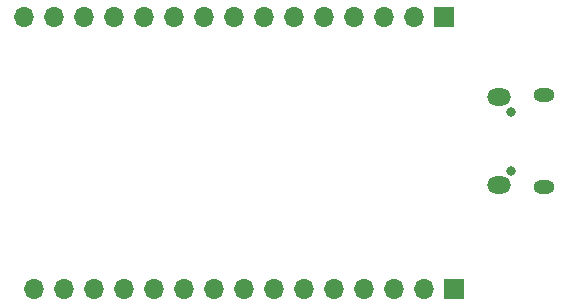
<source format=gbr>
%TF.GenerationSoftware,KiCad,Pcbnew,8.0.7*%
%TF.CreationDate,2024-12-20T19:08:43+02:00*%
%TF.ProjectId,STM32TrialPcb,53544d33-3254-4726-9961-6c5063622e6b,rev?*%
%TF.SameCoordinates,Original*%
%TF.FileFunction,Soldermask,Bot*%
%TF.FilePolarity,Negative*%
%FSLAX46Y46*%
G04 Gerber Fmt 4.6, Leading zero omitted, Abs format (unit mm)*
G04 Created by KiCad (PCBNEW 8.0.7) date 2024-12-20 19:08:43*
%MOMM*%
%LPD*%
G01*
G04 APERTURE LIST*
%ADD10O,0.800000X0.800000*%
%ADD11O,1.800000X1.150000*%
%ADD12O,2.000000X1.450000*%
%ADD13R,1.700000X1.700000*%
%ADD14O,1.700000X1.700000*%
G04 APERTURE END LIST*
D10*
%TO.C,J1*%
X225945000Y-49505000D03*
X225945000Y-44505000D03*
D11*
X228695000Y-50880000D03*
D12*
X224895000Y-50730000D03*
X224895000Y-43280000D03*
D11*
X228695000Y-43130000D03*
%TD*%
D13*
%TO.C,J2*%
X220200000Y-36500000D03*
D14*
X217660000Y-36500000D03*
X215120000Y-36500000D03*
X212580000Y-36500000D03*
X210040000Y-36500000D03*
X207500000Y-36500000D03*
X204960000Y-36500000D03*
X202420000Y-36500000D03*
X199880000Y-36500000D03*
X197340000Y-36500000D03*
X194800000Y-36500000D03*
X192260000Y-36500000D03*
X189720000Y-36500000D03*
X187180000Y-36500000D03*
X184640000Y-36500000D03*
%TD*%
D13*
%TO.C,J3*%
X221120000Y-59500000D03*
D14*
X218580000Y-59500000D03*
X216040000Y-59500000D03*
X213500000Y-59500000D03*
X210960000Y-59500000D03*
X208420000Y-59500000D03*
X205880000Y-59500000D03*
X203340000Y-59500000D03*
X200800000Y-59500000D03*
X198260000Y-59500000D03*
X195720000Y-59500000D03*
X193180000Y-59500000D03*
X190640000Y-59500000D03*
X188100000Y-59500000D03*
X185560000Y-59500000D03*
%TD*%
M02*

</source>
